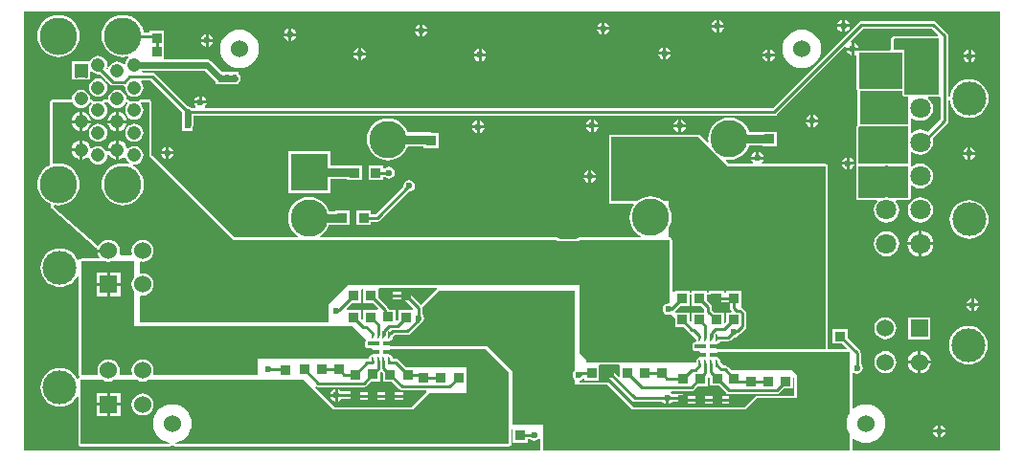
<source format=gbl>
G04*
G04 #@! TF.GenerationSoftware,Altium Limited,Altium Designer,20.1.14 (287)*
G04*
G04 Layer_Physical_Order=4*
G04 Layer_Color=16711680*
%FSLAX25Y25*%
%MOIN*%
G70*
G04*
G04 #@! TF.SameCoordinates,F3919BB7-7B28-4886-AACB-0E40FDAB0E15*
G04*
G04*
G04 #@! TF.FilePolarity,Positive*
G04*
G01*
G75*
%ADD14C,0.01000*%
%ADD15R,0.03543X0.03543*%
%ADD18C,0.01181*%
%ADD19O,0.01575X0.01181*%
%ADD31C,0.13000*%
%ADD32R,0.13000X0.13000*%
%ADD33C,0.06024*%
%ADD34C,0.04756*%
%ADD35C,0.07087*%
%ADD36R,0.06024X0.06024*%
%ADD37R,0.07087X0.07087*%
%ADD38R,0.04756X0.04756*%
%ADD39C,0.06000*%
%ADD40C,0.13055*%
%ADD41C,0.11811*%
%ADD42C,0.02362*%
%ADD43R,0.02126X0.02362*%
%ADD44R,0.06299X0.03937*%
%ADD45R,0.01260X0.02598*%
%ADD46R,0.05394X0.11063*%
%ADD47R,0.05069X0.12956*%
%ADD48R,0.03543X0.03543*%
G04:AMPARAMS|DCode=49|XSize=23.62mil|YSize=7.87mil|CornerRadius=1.97mil|HoleSize=0mil|Usage=FLASHONLY|Rotation=270.000|XOffset=0mil|YOffset=0mil|HoleType=Round|Shape=RoundedRectangle|*
%AMROUNDEDRECTD49*
21,1,0.02362,0.00394,0,0,270.0*
21,1,0.01968,0.00787,0,0,270.0*
1,1,0.00394,-0.00197,-0.00984*
1,1,0.00394,-0.00197,0.00984*
1,1,0.00394,0.00197,0.00984*
1,1,0.00394,0.00197,-0.00984*
%
%ADD49ROUNDEDRECTD49*%
G04:AMPARAMS|DCode=50|XSize=41.34mil|YSize=15.75mil|CornerRadius=3.94mil|HoleSize=0mil|Usage=FLASHONLY|Rotation=180.000|XOffset=0mil|YOffset=0mil|HoleType=Round|Shape=RoundedRectangle|*
%AMROUNDEDRECTD50*
21,1,0.04134,0.00787,0,0,180.0*
21,1,0.03347,0.01575,0,0,180.0*
1,1,0.00787,-0.01673,0.00394*
1,1,0.00787,0.01673,0.00394*
1,1,0.00787,0.01673,-0.00394*
1,1,0.00787,-0.01673,-0.00394*
%
%ADD50ROUNDEDRECTD50*%
%ADD51C,0.02362*%
%ADD52C,0.03150*%
G36*
X43410Y102600D02*
X72710Y73300D01*
X185297Y73300D01*
Y72838D01*
X193203D01*
Y73300D01*
X224530D01*
X224530Y57380D01*
Y51454D01*
X224144Y51136D01*
X224060Y51153D01*
X223286Y50999D01*
X222629Y50561D01*
X222191Y49904D01*
X222037Y49130D01*
X222191Y48356D01*
X222629Y47699D01*
X223286Y47261D01*
X224060Y47107D01*
X224834Y47261D01*
X225003Y47374D01*
X226379Y45997D01*
Y42783D01*
X229593D01*
X233794Y38582D01*
Y38251D01*
X233805Y38200D01*
X233654Y37760D01*
X233441Y37661D01*
X233166Y37607D01*
X232770Y37342D01*
X232506Y36946D01*
X232413Y36479D01*
Y35692D01*
X232506Y35225D01*
X232770Y34829D01*
X233166Y34565D01*
X233633Y34472D01*
X234874D01*
X235142Y33972D01*
X235076Y33874D01*
X234968Y33330D01*
X235076Y32786D01*
X235144Y32684D01*
X234877Y32184D01*
X234814D01*
X234424Y32107D01*
X234093Y31885D01*
X233872Y31555D01*
X233794Y31165D01*
Y30834D01*
X233531Y30570D01*
X195412D01*
Y31468D01*
X193120Y33760D01*
Y57380D01*
X112420Y57380D01*
X105930Y50890D01*
Y44670D01*
X40030D01*
Y53500D01*
X40530Y53913D01*
X41149Y53831D01*
X42145Y53962D01*
X43073Y54347D01*
X43870Y54958D01*
X44481Y55755D01*
X44866Y56683D01*
X44997Y57679D01*
X44866Y58675D01*
X44481Y59603D01*
X43870Y60400D01*
X43073Y61011D01*
X42145Y61396D01*
X41149Y61527D01*
X40530Y61445D01*
X40030Y61858D01*
Y65311D01*
X40530Y65724D01*
X41149Y65642D01*
X42145Y65773D01*
X43073Y66158D01*
X43870Y66769D01*
X44481Y67566D01*
X44866Y68494D01*
X44997Y69490D01*
X44866Y70486D01*
X44481Y71414D01*
X43870Y72211D01*
X43073Y72822D01*
X42145Y73207D01*
X41149Y73338D01*
X40153Y73207D01*
X39225Y72822D01*
X38428Y72211D01*
X37817Y71414D01*
X37432Y70486D01*
X37301Y69490D01*
X37431Y68500D01*
X37444Y68393D01*
X37132Y68000D01*
X33355D01*
X33043Y68393D01*
X33056Y68500D01*
X33186Y69490D01*
X33055Y70486D01*
X32670Y71414D01*
X32059Y72211D01*
X31262Y72822D01*
X30334Y73207D01*
X29338Y73338D01*
X28342Y73207D01*
X27414Y72822D01*
X26617Y72211D01*
X26006Y71414D01*
X25910Y71184D01*
X25423Y71073D01*
X10008Y84855D01*
X10025Y84936D01*
X10409Y85342D01*
X11846Y85201D01*
X13283Y85342D01*
X14665Y85761D01*
X15938Y86442D01*
X17055Y87358D01*
X17971Y88474D01*
X18651Y89748D01*
X19071Y91130D01*
X19212Y92567D01*
X19071Y94004D01*
X18651Y95386D01*
X17971Y96659D01*
X17055Y97776D01*
X15938Y98692D01*
X14665Y99372D01*
X13283Y99792D01*
X11846Y99933D01*
X10409Y99792D01*
X10162Y99717D01*
X9760Y100014D01*
Y121270D01*
X16732D01*
X16941Y120766D01*
X17451Y120101D01*
X18116Y119591D01*
X18890Y119271D01*
X19720Y119161D01*
X20550Y119271D01*
X21324Y119591D01*
X21989Y120101D01*
X22499Y120766D01*
X22708Y121270D01*
X23276D01*
X23446Y120770D01*
X23357Y120702D01*
X22847Y120037D01*
X22526Y119263D01*
X22417Y118433D01*
X22526Y117603D01*
X22847Y116829D01*
X23357Y116164D01*
X24021Y115654D01*
X24795Y115334D01*
X25626Y115224D01*
X26456Y115334D01*
X27230Y115654D01*
X27894Y116164D01*
X28404Y116829D01*
X28725Y117603D01*
X28834Y118433D01*
X28725Y119263D01*
X28404Y120037D01*
X27894Y120702D01*
X27805Y120770D01*
X27975Y121270D01*
X29331D01*
X29540Y120766D01*
X30050Y120101D01*
X30714Y119591D01*
X31488Y119271D01*
X32318Y119161D01*
X33149Y119271D01*
X33923Y119591D01*
X34587Y120101D01*
X35097Y120766D01*
X35306Y121270D01*
X35874D01*
X36044Y120770D01*
X35955Y120702D01*
X35445Y120037D01*
X35125Y119263D01*
X35015Y118433D01*
X35125Y117603D01*
X35445Y116829D01*
X35955Y116164D01*
X36620Y115654D01*
X37394Y115334D01*
X38224Y115224D01*
X39054Y115334D01*
X39828Y115654D01*
X40493Y116164D01*
X41003Y116829D01*
X41323Y117603D01*
X41432Y118433D01*
X41323Y119263D01*
X41003Y120037D01*
X40493Y120702D01*
X40404Y120770D01*
X40574Y121270D01*
X43410D01*
Y102600D01*
D02*
G37*
G36*
X339400Y0D02*
X288089D01*
Y3866D01*
X288589Y4103D01*
X289135Y3655D01*
X290300Y3032D01*
X291565Y2648D01*
X292880Y2519D01*
X294195Y2648D01*
X295460Y3032D01*
X296625Y3655D01*
X297647Y4493D01*
X298485Y5515D01*
X299108Y6680D01*
X299492Y7945D01*
X299621Y9260D01*
X299492Y10575D01*
X299108Y11840D01*
X298485Y13005D01*
X297647Y14027D01*
X296625Y14865D01*
X295460Y15488D01*
X294195Y15871D01*
X292880Y16001D01*
X291565Y15871D01*
X290300Y15488D01*
X289135Y14865D01*
X288589Y14417D01*
X288089Y14653D01*
X288089Y26735D01*
X288589Y27003D01*
X288996Y26731D01*
X289770Y26577D01*
X290544Y26731D01*
X291201Y27169D01*
X291639Y27826D01*
X291793Y28600D01*
X291639Y29374D01*
X291201Y30031D01*
X291099Y30099D01*
Y33780D01*
X290998Y34289D01*
X290709Y34720D01*
X286455Y38974D01*
Y42245D01*
X281305D01*
Y37095D01*
X284576D01*
X286076Y35595D01*
X285885Y35133D01*
X279679D01*
Y98910D01*
X279616Y99223D01*
X279439Y99489D01*
X279173Y99667D01*
X278860Y99729D01*
X256772Y99729D01*
X256620Y100229D01*
X256657Y100253D01*
X257139Y100975D01*
X257209Y101326D01*
X252960D01*
X253030Y100975D01*
X253512Y100253D01*
X253549Y100229D01*
X253397Y99729D01*
X245109Y99729D01*
X244054Y100784D01*
X244281Y101264D01*
X245320Y101162D01*
X246752Y101303D01*
X248128Y101720D01*
X249397Y102398D01*
X250509Y103311D01*
X251422Y104423D01*
X252100Y105692D01*
X252216Y106076D01*
X256725D01*
Y105805D01*
X261875D01*
Y110955D01*
X256725D01*
Y110924D01*
X252216D01*
X252100Y111308D01*
X251422Y112577D01*
X250509Y113689D01*
X249397Y114602D01*
X248128Y115280D01*
X246752Y115698D01*
X245320Y115839D01*
X243888Y115698D01*
X242512Y115280D01*
X241243Y114602D01*
X240131Y113689D01*
X239218Y112577D01*
X238540Y111308D01*
X238123Y109932D01*
X237982Y108500D01*
X238084Y107461D01*
X237604Y107234D01*
X235159Y109679D01*
X234893Y109856D01*
X234580Y109919D01*
X234580Y109919D01*
X204210D01*
X203897Y109856D01*
X203631Y109679D01*
X203453Y109413D01*
X203391Y109100D01*
Y86720D01*
X203453Y86407D01*
X203631Y86141D01*
X203897Y85963D01*
X204210Y85901D01*
X211821D01*
X212035Y85449D01*
X211781Y85139D01*
X211102Y83871D01*
X210685Y82494D01*
X210544Y81062D01*
X210685Y79631D01*
X211102Y78254D01*
X211781Y76985D01*
X212693Y75873D01*
X213805Y74961D01*
X214444Y74619D01*
X214319Y74119D01*
X193203D01*
X192889Y74057D01*
X192624Y73879D01*
X192489Y73677D01*
X186011D01*
X185876Y73879D01*
X185611Y74057D01*
X185297Y74119D01*
X103014Y74119D01*
X102892Y74604D01*
X103129Y74730D01*
X104241Y75643D01*
X105154Y76755D01*
X105832Y78024D01*
X105948Y78408D01*
X108025D01*
Y78365D01*
X113175D01*
Y83515D01*
X108025D01*
Y83257D01*
X105948D01*
X105832Y83640D01*
X105154Y84909D01*
X104241Y86021D01*
X103129Y86934D01*
X101860Y87612D01*
X100484Y88030D01*
X99052Y88171D01*
X97620Y88030D01*
X96244Y87612D01*
X94975Y86934D01*
X93863Y86021D01*
X92950Y84909D01*
X92272Y83640D01*
X91855Y82264D01*
X91714Y80832D01*
X91855Y79400D01*
X92272Y78024D01*
X92950Y76755D01*
X93863Y75643D01*
X94975Y74730D01*
X95212Y74604D01*
X95090Y74119D01*
X73049D01*
X44229Y102939D01*
Y121270D01*
X44167Y121583D01*
X43989Y121849D01*
X43723Y122027D01*
X43410Y122089D01*
X40574D01*
X40547Y122084D01*
X40520Y122087D01*
X40391Y122053D01*
X40260Y122027D01*
X40238Y122011D01*
X40211Y122004D01*
X40106Y121923D01*
X39994Y121849D01*
X39979Y121826D01*
X39958Y121810D01*
X39891Y121694D01*
X39817Y121583D01*
X39372Y121401D01*
X39054Y121532D01*
X38224Y121642D01*
X37394Y121532D01*
X37076Y121401D01*
X36631Y121583D01*
X36557Y121694D01*
X36490Y121810D01*
X36468Y121827D01*
X36453Y121849D01*
X36342Y121923D01*
X36237Y122004D01*
X36210Y122011D01*
X36188Y122027D01*
X36057Y122053D01*
X35928Y122087D01*
X35523Y122399D01*
X35418Y123200D01*
X35097Y123974D01*
X34587Y124639D01*
X33923Y125149D01*
X33149Y125469D01*
X32318Y125578D01*
X31488Y125469D01*
X30714Y125149D01*
X30050Y124639D01*
X29540Y123974D01*
X29219Y123200D01*
X29110Y122370D01*
X28863Y122089D01*
X27975D01*
X27948Y122084D01*
X27922Y122087D01*
X27793Y122053D01*
X27662Y122027D01*
X27639Y122011D01*
X27613Y122004D01*
X27507Y121923D01*
X27396Y121849D01*
X27381Y121826D01*
X27360Y121810D01*
X27293Y121694D01*
X27219Y121583D01*
X26773Y121401D01*
X26456Y121532D01*
X25626Y121642D01*
X24795Y121532D01*
X24478Y121401D01*
X24032Y121583D01*
X23958Y121694D01*
X23892Y121810D01*
X23870Y121827D01*
X23855Y121849D01*
X23744Y121923D01*
X23638Y122004D01*
X23612Y122011D01*
X23589Y122027D01*
X23458Y122053D01*
X23329Y122087D01*
X22925Y122399D01*
X22819Y123200D01*
X22499Y123974D01*
X21989Y124639D01*
X21324Y125149D01*
X20550Y125469D01*
X19720Y125578D01*
X18890Y125469D01*
X18116Y125149D01*
X17451Y124639D01*
X16941Y123974D01*
X16621Y123200D01*
X16511Y122370D01*
X16265Y122089D01*
X9760D01*
X9447Y122027D01*
X9181Y121849D01*
X9003Y121583D01*
X8941Y121270D01*
Y100014D01*
X8953Y99955D01*
X8950Y99894D01*
X8957Y99874D01*
X8987Y99663D01*
X8845Y99348D01*
X8728Y99212D01*
X7754Y98692D01*
X6637Y97776D01*
X5721Y96659D01*
X5040Y95386D01*
X4621Y94004D01*
X4480Y92567D01*
X4621Y91130D01*
X5040Y89748D01*
X5721Y88474D01*
X6637Y87358D01*
X7754Y86442D01*
X9013Y85769D01*
X9031Y85757D01*
X9089Y85691D01*
X9164Y85562D01*
X9260Y85228D01*
X9249Y85163D01*
X9224Y85102D01*
X9207Y85021D01*
X9206Y84914D01*
X9191Y84809D01*
X9205Y84756D01*
X9204Y84701D01*
X9244Y84602D01*
X9271Y84499D01*
X9303Y84456D01*
X9324Y84405D01*
X9399Y84329D01*
X9463Y84244D01*
X24877Y70463D01*
X24937Y70427D01*
X24987Y70380D01*
X25073Y70347D01*
X25152Y70300D01*
X25221Y70290D01*
X25286Y70266D01*
X25309Y69990D01*
X29338D01*
Y68990D01*
X25357D01*
X25429Y68443D01*
X25834Y67467D01*
X26056Y67177D01*
X25835Y66729D01*
X20640D01*
X19680Y66729D01*
X19367Y66667D01*
X19101Y66489D01*
X19006Y66347D01*
X19001Y66345D01*
X18554Y66328D01*
X18456Y66355D01*
X17935Y67330D01*
X17097Y68351D01*
X16075Y69190D01*
X14910Y69813D01*
X13645Y70196D01*
X12330Y70326D01*
X11015Y70196D01*
X9750Y69813D01*
X8585Y69190D01*
X7564Y68351D01*
X6725Y67330D01*
X6102Y66164D01*
X5719Y64900D01*
X5589Y63585D01*
X5719Y62269D01*
X6102Y61005D01*
X6725Y59839D01*
X7564Y58818D01*
X8585Y57979D01*
X9750Y57357D01*
X11015Y56973D01*
X12330Y56843D01*
X13645Y56973D01*
X14910Y57357D01*
X16075Y57979D01*
X17097Y58818D01*
X17935Y59839D01*
X18361Y60636D01*
X18861Y60511D01*
Y26250D01*
X18923Y25937D01*
X19030Y25777D01*
X19100Y25666D01*
X19011Y25209D01*
X18833Y24943D01*
X18829Y24919D01*
X18303Y24841D01*
X17935Y25530D01*
X17097Y26551D01*
X16075Y27389D01*
X14910Y28012D01*
X13645Y28396D01*
X12330Y28526D01*
X11015Y28396D01*
X9750Y28012D01*
X8585Y27389D01*
X7564Y26551D01*
X6725Y25530D01*
X6102Y24364D01*
X5719Y23100D01*
X5589Y21784D01*
X5719Y20469D01*
X6102Y19205D01*
X6725Y18039D01*
X7564Y17018D01*
X8585Y16179D01*
X9750Y15556D01*
X11015Y15173D01*
X12330Y15043D01*
X13645Y15173D01*
X14910Y15556D01*
X16075Y16179D01*
X17097Y17018D01*
X17935Y18039D01*
X18271Y18668D01*
X18771Y18542D01*
X18771Y9110D01*
X18771Y2110D01*
X18833Y1797D01*
X19011Y1531D01*
X19277Y1353D01*
X19590Y1291D01*
X50490Y1291D01*
X50628Y1318D01*
X50766Y1339D01*
X50784Y1350D01*
X50804Y1353D01*
X50920Y1431D01*
X51040Y1503D01*
X51052Y1520D01*
X51069Y1531D01*
X51147Y1647D01*
X51160Y1665D01*
X51350Y1702D01*
X51530D01*
X51719Y1665D01*
X51733Y1647D01*
X51811Y1531D01*
X51828Y1520D01*
X51840Y1503D01*
X51960Y1431D01*
X52076Y1353D01*
X52096Y1350D01*
X52114Y1339D01*
X52252Y1318D01*
X52390Y1291D01*
X168640Y1291D01*
X168953Y1353D01*
X169219Y1531D01*
X169396Y1797D01*
X169459Y2110D01*
Y7129D01*
X169659Y7266D01*
X169742Y7289D01*
X170005Y7048D01*
Y2635D01*
X175155D01*
Y3881D01*
X175951D01*
X176019Y3779D01*
X176676Y3341D01*
X177450Y3187D01*
X178224Y3341D01*
X178881Y3779D01*
X179081Y4080D01*
X179581Y3928D01*
Y0D01*
X0D01*
Y153000D01*
X339400D01*
Y0D01*
D02*
G37*
G36*
X143388Y56561D02*
X143595Y56061D01*
X138013Y50479D01*
X133685Y54808D01*
X133254Y55095D01*
X132745Y55197D01*
X126675D01*
X126167Y55095D01*
X125736Y54808D01*
X125448Y54376D01*
X125347Y53868D01*
X125448Y53360D01*
X125736Y52928D01*
X126167Y52640D01*
X126675Y52539D01*
X132195D01*
X135332Y49402D01*
X135125Y48902D01*
X130230D01*
Y45632D01*
X129712Y45113D01*
X129250Y45305D01*
Y48962D01*
X126730D01*
X126631Y49458D01*
X126343Y49889D01*
X123120Y53112D01*
Y56061D01*
X123546Y56561D01*
X143388Y56561D01*
D02*
G37*
G36*
X117971Y56190D02*
Y51233D01*
X121241D01*
X123072Y49402D01*
X122865Y48902D01*
X117971D01*
Y45625D01*
X117512Y45425D01*
X117200Y45678D01*
Y48912D01*
X112306D01*
X112099Y49412D01*
X113930Y51243D01*
X117200D01*
Y55996D01*
X117588Y56332D01*
X117971Y56190D01*
D02*
G37*
G36*
X232229Y50283D02*
X235500D01*
X236460Y49323D01*
Y48333D01*
X236148Y47953D01*
X232229D01*
Y44931D01*
X231729Y44685D01*
X231528Y44838D01*
Y47932D01*
X226634D01*
X226427Y48432D01*
X228258Y50263D01*
X231528D01*
Y54038D01*
X232229D01*
Y50283D01*
D02*
G37*
G36*
X240408Y54084D02*
X240265Y54056D01*
X239834Y53768D01*
X239546Y53336D01*
X239445Y52828D01*
X239546Y52320D01*
X239834Y51888D01*
X240265Y51600D01*
X240774Y51499D01*
X245561D01*
Y49616D01*
X245662Y49108D01*
X245951Y48677D01*
X246183Y48444D01*
X245991Y47982D01*
X244229D01*
Y44712D01*
X243810Y44293D01*
X243349Y44485D01*
Y47922D01*
X240078D01*
X239117Y48883D01*
Y49873D01*
X239016Y50382D01*
X238728Y50813D01*
X237379Y52162D01*
Y54038D01*
X238199D01*
X238512Y54100D01*
X238778Y54277D01*
X238955Y54543D01*
X238964Y54584D01*
X240359D01*
X240408Y54084D01*
D02*
G37*
G36*
X239174Y104506D02*
X239218Y104423D01*
X240131Y103311D01*
X241243Y102398D01*
X241326Y102354D01*
X244770Y98910D01*
X278860Y98910D01*
Y35133D01*
X241179Y35133D01*
X240965Y35346D01*
X240898Y35471D01*
X240877Y35533D01*
X240863Y35601D01*
X240960Y36086D01*
X240851Y36630D01*
X240783Y36731D01*
X241051Y37231D01*
X241113D01*
X241504Y37309D01*
X241834Y37530D01*
X242055Y37861D01*
X242064Y37907D01*
X244953D01*
X245462Y38008D01*
X245893Y38296D01*
X246701Y39105D01*
X246890Y39067D01*
X247664Y39221D01*
X248321Y39659D01*
X248629Y40121D01*
X248641Y40123D01*
X249073Y40411D01*
X250818Y42157D01*
X251106Y42588D01*
X251207Y43096D01*
Y47719D01*
X251106Y48228D01*
X250818Y48659D01*
X249869Y49607D01*
X249560Y49814D01*
Y54856D01*
X249378D01*
Y55463D01*
X244229D01*
Y54856D01*
X243349D01*
Y55403D01*
X238199D01*
Y54856D01*
X237379D01*
Y55433D01*
X232229D01*
Y54856D01*
X231528D01*
Y55413D01*
X226379D01*
Y55332D01*
X225879Y55125D01*
X225349Y55655D01*
Y57380D01*
X225349Y73300D01*
X225287Y73613D01*
X225109Y73879D01*
X224843Y74057D01*
X224530Y74119D01*
X224020D01*
Y77053D01*
X224662Y78254D01*
X225080Y79631D01*
X225221Y81062D01*
X225080Y82494D01*
X224662Y83871D01*
X224020Y85072D01*
Y86720D01*
X222500D01*
X221959Y87164D01*
X220690Y87842D01*
X219314Y88260D01*
X217882Y88401D01*
X216451Y88260D01*
X215074Y87842D01*
X213805Y87164D01*
X213264Y86720D01*
X204210D01*
Y109100D01*
X234580D01*
X239174Y104506D01*
D02*
G37*
G36*
X28012Y65910D02*
X28342Y65773D01*
X29338Y65642D01*
X30334Y65773D01*
X30664Y65910D01*
X38190D01*
X38190Y60089D01*
X37817Y59603D01*
X37432Y58675D01*
X37301Y57679D01*
X37432Y56683D01*
X37817Y55755D01*
X38190Y55269D01*
X38190Y43150D01*
X114160D01*
X118851Y38460D01*
X118831Y38262D01*
X118567Y37866D01*
X118474Y37400D01*
Y36612D01*
X118567Y36145D01*
X118831Y35749D01*
X119227Y35485D01*
X119694Y35392D01*
X120935D01*
X121203Y34892D01*
X121137Y34794D01*
X121029Y34250D01*
X121137Y33706D01*
X121205Y33604D01*
X120938Y33104D01*
X120875D01*
X120485Y33026D01*
X120154Y32805D01*
X119933Y32475D01*
X119855Y32085D01*
Y31754D01*
X119849Y31748D01*
X119176D01*
X119037Y31720D01*
X81210Y31720D01*
X81210Y26250D01*
X45132Y26250D01*
X44915Y26574D01*
X44873Y26750D01*
X44997Y27690D01*
X44866Y28686D01*
X44481Y29614D01*
X43870Y30411D01*
X43073Y31022D01*
X42145Y31407D01*
X41149Y31538D01*
X40153Y31407D01*
X39225Y31022D01*
X38428Y30411D01*
X37817Y29614D01*
X37432Y28686D01*
X37301Y27690D01*
X37425Y26750D01*
X37383Y26574D01*
X37166Y26250D01*
X33321D01*
X33104Y26574D01*
X33062Y26750D01*
X33186Y27690D01*
X33055Y28686D01*
X32670Y29614D01*
X32059Y30411D01*
X31262Y31022D01*
X30334Y31407D01*
X29338Y31538D01*
X28342Y31407D01*
X27414Y31022D01*
X26617Y30411D01*
X26006Y29614D01*
X25621Y28686D01*
X25490Y27690D01*
X25614Y26750D01*
X25572Y26574D01*
X25355Y26250D01*
X19680D01*
Y65910D01*
X20640Y65910D01*
X28012D01*
D02*
G37*
G36*
X207327Y29382D02*
Y25705D01*
X206865Y25514D01*
X204609Y27769D01*
X204179Y28057D01*
X203670Y28159D01*
X203162Y28057D01*
X202730Y27769D01*
X202443Y27338D01*
X202341Y26830D01*
X202443Y26321D01*
X202730Y25890D01*
X211440Y17180D01*
X211871Y16893D01*
X212380Y16791D01*
X222005D01*
X222167Y16547D01*
X222889Y16066D01*
X223240Y15996D01*
Y18120D01*
X224240D01*
Y15996D01*
X224591Y16066D01*
X225312Y16547D01*
X225475Y16791D01*
X227913D01*
X228246Y16458D01*
X228677Y16170D01*
X229185Y16069D01*
X240995D01*
X241297Y16129D01*
X246995D01*
X247504Y16230D01*
X247935Y16518D01*
X248223Y16949D01*
X248324Y17458D01*
X248223Y17966D01*
X247935Y18397D01*
X247504Y18685D01*
X246995Y18786D01*
X241055D01*
X240754Y18726D01*
X229736D01*
X229402Y19060D01*
X228972Y19347D01*
X228463Y19449D01*
X225475D01*
X225312Y19692D01*
X224890Y19974D01*
X225042Y20474D01*
X232031D01*
X232539Y20576D01*
X232970Y20864D01*
X234410Y22303D01*
X237680D01*
Y25297D01*
X238180Y25521D01*
X238481Y25253D01*
Y22363D01*
X241751D01*
X244241Y19873D01*
X244672Y19585D01*
X245181Y19484D01*
X261723D01*
X262231Y19585D01*
X262663Y19873D01*
X264164Y21375D01*
X267435D01*
Y25109D01*
X267935Y25377D01*
X267941Y25372D01*
Y18859D01*
X254710D01*
X254710Y18859D01*
X254397Y18797D01*
X254131Y18619D01*
X250481Y14969D01*
X211939D01*
X203499Y23409D01*
X203233Y23586D01*
X202920Y23649D01*
X202920Y23649D01*
X193102D01*
X193053Y24149D01*
X193544Y24247D01*
X194201Y24685D01*
X194305Y24842D01*
X194805Y24690D01*
Y24255D01*
X199955D01*
Y29405D01*
X200311Y29751D01*
X207010D01*
X207327Y29382D01*
D02*
G37*
G36*
X124709Y26860D02*
Y23733D01*
X127980D01*
X130609Y21103D01*
X131040Y20815D01*
X131549Y20714D01*
X139785D01*
X139976Y20214D01*
X134711Y14949D01*
X107919D01*
X101119Y21749D01*
X101438Y22137D01*
X101620Y22016D01*
X102128Y21914D01*
X118051D01*
X118559Y22016D01*
X118990Y22304D01*
X120470Y23783D01*
X123740D01*
Y27054D01*
X123846Y27160D01*
X124301Y27227D01*
X124709Y26860D01*
D02*
G37*
G36*
X160640Y35234D02*
X168640Y27234D01*
Y24820D01*
X168640Y2110D01*
X52390Y2110D01*
X52365Y2610D01*
X52755Y2648D01*
X54020Y3032D01*
X55185Y3655D01*
X56207Y4493D01*
X57045Y5515D01*
X57668Y6680D01*
X58052Y7945D01*
X58181Y9260D01*
X58052Y10575D01*
X57668Y11840D01*
X57045Y13005D01*
X56207Y14027D01*
X55185Y14865D01*
X54020Y15488D01*
X52755Y15872D01*
X51440Y16001D01*
X50125Y15872D01*
X48860Y15488D01*
X47695Y14865D01*
X46673Y14027D01*
X45835Y13005D01*
X45212Y11840D01*
X44828Y10575D01*
X44699Y9260D01*
X44828Y7945D01*
X45212Y6680D01*
X45835Y5515D01*
X46673Y4493D01*
X47695Y3655D01*
X48860Y3032D01*
X50125Y2648D01*
X50515Y2610D01*
X50490Y2110D01*
X19590Y2110D01*
X19590Y9110D01*
X19590Y24630D01*
X27059D01*
X27414Y24358D01*
X28342Y23973D01*
X29338Y23842D01*
X30334Y23973D01*
X31262Y24358D01*
X31617Y24630D01*
X38870D01*
X39225Y24358D01*
X40153Y23973D01*
X41149Y23842D01*
X42145Y23973D01*
X43073Y24358D01*
X43428Y24630D01*
X97080Y24630D01*
X107580Y14130D01*
X135050D01*
X140690Y19770D01*
X153796D01*
X153796Y28868D01*
X132722Y28859D01*
X130023Y31558D01*
X129592Y31846D01*
X129084Y31947D01*
X128194D01*
Y32085D01*
X128116Y32475D01*
X127895Y32805D01*
X127564Y33026D01*
X127174Y33104D01*
X127111D01*
X126844Y33604D01*
X126912Y33706D01*
X127020Y34250D01*
X126924Y34734D01*
X126961Y34863D01*
X127219Y35234D01*
X160640Y35234D01*
D02*
G37*
G36*
X191640Y55650D02*
X191640Y27747D01*
X191339Y27546D01*
X190901Y26890D01*
X190747Y26116D01*
X190901Y25341D01*
X191339Y24685D01*
X191640Y24484D01*
Y22830D01*
X202920D01*
X211600Y14150D01*
X250820D01*
X254710Y18040D01*
X268760D01*
Y26190D01*
X267260Y27690D01*
X246122D01*
X244860Y28952D01*
X244429Y29240D01*
X243921Y29341D01*
X243625D01*
X242133Y30834D01*
Y31165D01*
X242055Y31555D01*
X241834Y31885D01*
X241504Y32107D01*
X241113Y32184D01*
X241051D01*
X240783Y32684D01*
X240851Y32786D01*
X240960Y33330D01*
X240863Y33814D01*
X240900Y33943D01*
X241158Y34314D01*
X287270Y34314D01*
X287270Y12996D01*
X286652Y11840D01*
X286268Y10575D01*
X286139Y9260D01*
X286268Y7945D01*
X286652Y6680D01*
X287270Y5524D01*
Y0D01*
X180400D01*
X180400Y8710D01*
X169800Y8710D01*
Y27210D01*
X169880Y27290D01*
X161149Y36022D01*
X160798D01*
X160640Y36053D01*
X160640Y36053D01*
X127437Y36053D01*
X127260Y36273D01*
X127137Y36481D01*
X127125Y36543D01*
X127217Y37006D01*
X127109Y37549D01*
X127041Y37652D01*
X127101Y37876D01*
X127293Y38175D01*
X127564Y38229D01*
X127895Y38450D01*
X128116Y38781D01*
X128194Y39171D01*
Y39502D01*
X128571Y39879D01*
X128598Y39897D01*
X128720Y40018D01*
X133211D01*
X133720Y40120D01*
X134151Y40408D01*
X137826Y44083D01*
X137914Y44101D01*
X138571Y44539D01*
X139009Y45196D01*
X139163Y45970D01*
X139009Y46744D01*
X138571Y47401D01*
X138469Y47469D01*
Y49473D01*
X138418Y49726D01*
X144342Y55650D01*
X191640Y55650D01*
D02*
G37*
%LPC*%
G36*
X32818Y117837D02*
Y114996D01*
X35660D01*
X35609Y115378D01*
X35269Y116200D01*
X34728Y116905D01*
X34022Y117447D01*
X33200Y117787D01*
X32818Y117837D01*
D02*
G37*
G36*
X20220D02*
Y114996D01*
X23061D01*
X23011Y115378D01*
X22671Y116200D01*
X22129Y116905D01*
X21424Y117447D01*
X20602Y117787D01*
X20220Y117837D01*
D02*
G37*
G36*
X31818D02*
X31437Y117787D01*
X30615Y117447D01*
X29909Y116905D01*
X29368Y116200D01*
X29027Y115378D01*
X28977Y114996D01*
X31818D01*
Y117837D01*
D02*
G37*
G36*
X19220D02*
X18838Y117787D01*
X18016Y117447D01*
X17311Y116905D01*
X16769Y116200D01*
X16429Y115378D01*
X16379Y114996D01*
X19220D01*
Y117837D01*
D02*
G37*
G36*
X35660Y113996D02*
X32818D01*
Y111155D01*
X33200Y111205D01*
X34022Y111545D01*
X34728Y112087D01*
X35269Y112792D01*
X35609Y113614D01*
X35660Y113996D01*
D02*
G37*
G36*
X23061D02*
X20220D01*
Y111155D01*
X20602Y111205D01*
X21424Y111545D01*
X22129Y112087D01*
X22671Y112792D01*
X23011Y113614D01*
X23061Y113996D01*
D02*
G37*
G36*
X31818D02*
X28977D01*
X29027Y113614D01*
X29368Y112792D01*
X29909Y112087D01*
X30615Y111545D01*
X31437Y111205D01*
X31818Y111155D01*
Y113996D01*
D02*
G37*
G36*
X19220D02*
X16379D01*
X16429Y113614D01*
X16769Y112792D01*
X17311Y112087D01*
X18016Y111545D01*
X18838Y111205D01*
X19220Y111155D01*
Y113996D01*
D02*
G37*
G36*
X38224Y113768D02*
X37394Y113658D01*
X36620Y113338D01*
X35955Y112828D01*
X35445Y112163D01*
X35125Y111389D01*
X35015Y110559D01*
X35125Y109729D01*
X35445Y108955D01*
X35955Y108290D01*
X36620Y107780D01*
X37394Y107460D01*
X38224Y107350D01*
X39054Y107460D01*
X39828Y107780D01*
X40493Y108290D01*
X41003Y108955D01*
X41323Y109729D01*
X41432Y110559D01*
X41323Y111389D01*
X41003Y112163D01*
X40493Y112828D01*
X39828Y113338D01*
X39054Y113658D01*
X38224Y113768D01*
D02*
G37*
G36*
X25626D02*
X24795Y113658D01*
X24021Y113338D01*
X23357Y112828D01*
X22847Y112163D01*
X22526Y111389D01*
X22417Y110559D01*
X22526Y109729D01*
X22847Y108955D01*
X23357Y108290D01*
X24021Y107780D01*
X24795Y107460D01*
X25626Y107350D01*
X26456Y107460D01*
X27230Y107780D01*
X27894Y108290D01*
X28404Y108955D01*
X28725Y109729D01*
X28834Y110559D01*
X28725Y111389D01*
X28404Y112163D01*
X27894Y112828D01*
X27230Y113338D01*
X26456Y113658D01*
X25626Y113768D01*
D02*
G37*
G36*
X31818Y107995D02*
X31437Y107945D01*
X30615Y107604D01*
X29909Y107063D01*
X29368Y106357D01*
X29027Y105535D01*
X28977Y105154D01*
X31818D01*
Y107995D01*
D02*
G37*
G36*
X19220D02*
X18838Y107945D01*
X18016Y107604D01*
X17311Y107063D01*
X16769Y106357D01*
X16429Y105535D01*
X16379Y105154D01*
X19220D01*
Y107995D01*
D02*
G37*
G36*
X20220D02*
Y104654D01*
Y101312D01*
X20602Y101363D01*
X21424Y101703D01*
X21985Y102134D01*
X22510Y101980D01*
X22526Y101855D01*
X22847Y101081D01*
X23357Y100416D01*
X24021Y99906D01*
X24795Y99586D01*
X25626Y99476D01*
X26456Y99586D01*
X27230Y99906D01*
X27894Y100416D01*
X28404Y101081D01*
X28725Y101855D01*
X28834Y102685D01*
X28786Y103047D01*
X29274Y103177D01*
X29368Y102950D01*
X29909Y102244D01*
X30615Y101703D01*
X31437Y101363D01*
X31818Y101312D01*
Y104154D01*
X28642D01*
X28479Y104110D01*
X28404Y104289D01*
X27894Y104954D01*
X27230Y105464D01*
X26456Y105784D01*
X25626Y105894D01*
X24795Y105784D01*
X24021Y105464D01*
X23570Y105118D01*
X23039Y105326D01*
X23011Y105535D01*
X22671Y106357D01*
X22129Y107063D01*
X21424Y107604D01*
X20602Y107945D01*
X20220Y107995D01*
D02*
G37*
G36*
X19220Y104154D02*
X16379D01*
X16429Y103772D01*
X16769Y102950D01*
X17311Y102244D01*
X18016Y101703D01*
X18838Y101363D01*
X19220Y101312D01*
Y104154D01*
D02*
G37*
G36*
X32818Y107995D02*
Y104654D01*
Y101312D01*
X33200Y101363D01*
X34022Y101703D01*
X34584Y102134D01*
X35108Y101980D01*
X35125Y101855D01*
X35445Y101081D01*
X35955Y100416D01*
X36378Y100092D01*
X36146Y99640D01*
X35645Y99792D01*
X34208Y99933D01*
X32771Y99792D01*
X31389Y99372D01*
X30116Y98692D01*
X29000Y97776D01*
X28083Y96659D01*
X27403Y95386D01*
X26983Y94004D01*
X26842Y92567D01*
X26983Y91130D01*
X27403Y89748D01*
X28083Y88474D01*
X29000Y87358D01*
X30116Y86442D01*
X31389Y85761D01*
X32771Y85342D01*
X34208Y85201D01*
X35645Y85342D01*
X37027Y85761D01*
X38301Y86442D01*
X39417Y87358D01*
X40333Y88474D01*
X41014Y89748D01*
X41433Y91130D01*
X41574Y92567D01*
X41433Y94004D01*
X41014Y95386D01*
X40333Y96659D01*
X39417Y97776D01*
X38301Y98692D01*
X37629Y99050D01*
X37785Y99534D01*
X38224Y99476D01*
X39054Y99586D01*
X39828Y99906D01*
X40493Y100416D01*
X41003Y101081D01*
X41323Y101855D01*
X41432Y102685D01*
X41323Y103515D01*
X41003Y104289D01*
X40493Y104954D01*
X39828Y105464D01*
X39054Y105784D01*
X38224Y105894D01*
X37394Y105784D01*
X36620Y105464D01*
X36169Y105118D01*
X35637Y105326D01*
X35609Y105535D01*
X35269Y106357D01*
X34728Y107063D01*
X34022Y107604D01*
X33200Y107945D01*
X32818Y107995D01*
D02*
G37*
G36*
X285523Y149980D02*
Y148356D01*
X287147D01*
X287078Y148707D01*
X286596Y149428D01*
X285874Y149910D01*
X285523Y149980D01*
D02*
G37*
G36*
X284523D02*
X284172Y149910D01*
X283451Y149428D01*
X282968Y148707D01*
X282899Y148356D01*
X284523D01*
Y149980D01*
D02*
G37*
G36*
X241725Y149800D02*
Y148176D01*
X243350D01*
X243280Y148527D01*
X242798Y149248D01*
X242076Y149730D01*
X241725Y149800D01*
D02*
G37*
G36*
X240725D02*
X240374Y149730D01*
X239653Y149248D01*
X239171Y148527D01*
X239101Y148176D01*
X240725D01*
Y149800D01*
D02*
G37*
G36*
X201911Y149075D02*
Y147451D01*
X203535D01*
X203465Y147802D01*
X202983Y148523D01*
X202262Y149005D01*
X201911Y149075D01*
D02*
G37*
G36*
X200911D02*
X200560Y149005D01*
X199838Y148523D01*
X199356Y147802D01*
X199286Y147451D01*
X200911D01*
Y149075D01*
D02*
G37*
G36*
X138568Y148351D02*
Y146727D01*
X140193D01*
X140123Y147078D01*
X139641Y147799D01*
X138919Y148281D01*
X138568Y148351D01*
D02*
G37*
G36*
X137568D02*
X137217Y148281D01*
X136496Y147799D01*
X136014Y147078D01*
X135944Y146727D01*
X137568D01*
Y148351D01*
D02*
G37*
G36*
X287147Y147356D02*
X285523D01*
Y145731D01*
X285874Y145801D01*
X286596Y146283D01*
X287078Y147005D01*
X287147Y147356D01*
D02*
G37*
G36*
X284523D02*
X282899D01*
X282968Y147005D01*
X283451Y146283D01*
X284172Y145801D01*
X284523Y145731D01*
Y147356D01*
D02*
G37*
G36*
X243350Y147176D02*
X241725D01*
Y145551D01*
X242076Y145621D01*
X242798Y146103D01*
X243280Y146825D01*
X243350Y147176D01*
D02*
G37*
G36*
X240725D02*
X239101D01*
X239171Y146825D01*
X239653Y146103D01*
X240374Y145621D01*
X240725Y145551D01*
Y147176D01*
D02*
G37*
G36*
X92962Y146904D02*
Y145279D01*
X94586D01*
X94516Y145630D01*
X94034Y146352D01*
X93313Y146834D01*
X92962Y146904D01*
D02*
G37*
G36*
X91962D02*
X91611Y146834D01*
X90889Y146352D01*
X90407Y145630D01*
X90337Y145279D01*
X91962D01*
Y146904D01*
D02*
G37*
G36*
X203535Y146451D02*
X201911D01*
Y144826D01*
X202262Y144896D01*
X202983Y145378D01*
X203465Y146100D01*
X203535Y146451D01*
D02*
G37*
G36*
X200911D02*
X199286D01*
X199356Y146100D01*
X199838Y145378D01*
X200560Y144896D01*
X200911Y144826D01*
Y146451D01*
D02*
G37*
G36*
X34208Y151665D02*
X32771Y151524D01*
X31389Y151105D01*
X30116Y150424D01*
X29000Y149508D01*
X28083Y148392D01*
X27403Y147118D01*
X26983Y145736D01*
X26842Y144299D01*
X26983Y142862D01*
X27403Y141480D01*
X28083Y140207D01*
X29000Y139091D01*
X30116Y138174D01*
X31389Y137494D01*
X32771Y137074D01*
X34208Y136933D01*
X35645Y137074D01*
X36146Y137226D01*
X36378Y136774D01*
X35955Y136450D01*
X35445Y135785D01*
X35125Y135011D01*
X35079Y134662D01*
X34713Y134528D01*
X34554Y134507D01*
X33923Y134991D01*
X33149Y135312D01*
X32318Y135421D01*
X31488Y135312D01*
X30714Y134991D01*
X30050Y134481D01*
X29540Y133817D01*
X29219Y133043D01*
X29186Y132787D01*
X28659Y132617D01*
X28494Y132794D01*
X28725Y133351D01*
X28834Y134181D01*
X28725Y135011D01*
X28404Y135785D01*
X27894Y136450D01*
X27230Y136960D01*
X26456Y137280D01*
X25626Y137390D01*
X24795Y137280D01*
X24021Y136960D01*
X23357Y136450D01*
X22847Y135785D01*
X22685Y135394D01*
X16539D01*
Y130463D01*
X16513Y130335D01*
X16539Y130206D01*
Y129031D01*
X17714D01*
X17842Y129006D01*
X17970Y129031D01*
X21470D01*
X21598Y129006D01*
X21726Y129031D01*
X22901D01*
Y130206D01*
X22927Y130335D01*
X22901Y130463D01*
Y131758D01*
X23045Y131807D01*
X23401Y131878D01*
X24021Y131402D01*
X24795Y131082D01*
X25626Y130973D01*
X26129Y131039D01*
X28184Y128984D01*
X27853Y128607D01*
X27230Y129086D01*
X26456Y129406D01*
X25626Y129516D01*
X24795Y129406D01*
X24021Y129086D01*
X23357Y128576D01*
X22847Y127911D01*
X22526Y127137D01*
X22417Y126307D01*
X22526Y125477D01*
X22847Y124703D01*
X23357Y124038D01*
X24021Y123528D01*
X24795Y123208D01*
X25626Y123099D01*
X26456Y123208D01*
X27230Y123528D01*
X27894Y124038D01*
X28404Y124703D01*
X28725Y125477D01*
X28834Y126307D01*
X28725Y127137D01*
X28404Y127911D01*
X27926Y128535D01*
X28303Y128865D01*
X29773Y127395D01*
X30204Y127107D01*
X30712Y127006D01*
X34603D01*
X35057Y126626D01*
X35015Y126307D01*
X35125Y125477D01*
X35445Y124703D01*
X35955Y124038D01*
X36620Y123528D01*
X37394Y123208D01*
X38224Y123099D01*
X39054Y123208D01*
X39828Y123528D01*
X40493Y124038D01*
X41003Y124703D01*
X41323Y125477D01*
X41432Y126307D01*
X41323Y127137D01*
X41003Y127911D01*
X40657Y128361D01*
X40904Y128861D01*
X43970D01*
X54851Y117980D01*
X54792Y117683D01*
Y113594D01*
X54903Y113036D01*
Y111252D01*
X58635D01*
Y112746D01*
X58684Y112820D01*
X58838Y113594D01*
Y116547D01*
X260926D01*
X261435Y116649D01*
X261865Y116937D01*
X285606Y140677D01*
X285708Y140661D01*
X285985Y140264D01*
X287761D01*
Y142040D01*
X287365Y142317D01*
X287348Y142419D01*
X291877Y146948D01*
X315768D01*
X317898Y144818D01*
X317690Y144318D01*
X302704Y144318D01*
X302704Y144318D01*
X302390Y144256D01*
X302125Y144078D01*
X301771Y143725D01*
X301593Y143459D01*
X301531Y143146D01*
X301531Y143146D01*
X301531Y139719D01*
X301291Y139379D01*
X301092Y139219D01*
X290886D01*
X290850Y139264D01*
X288761D01*
Y137639D01*
X289112Y137709D01*
X289190Y137761D01*
X289631Y137525D01*
X289631Y130416D01*
Y125964D01*
X289693Y125651D01*
X289871Y125385D01*
X289904Y125363D01*
X289861Y125146D01*
X289861Y113640D01*
X289924Y113327D01*
X289976Y113249D01*
X289691Y112878D01*
X289643Y112782D01*
X289583Y112692D01*
X289573Y112640D01*
X289549Y112592D01*
X289542Y112484D01*
X289521Y112379D01*
Y99735D01*
X289583Y99422D01*
X289648Y99326D01*
X289583Y99230D01*
X289521Y98917D01*
X289521Y98417D01*
X289521Y87890D01*
X289583Y87577D01*
X289761Y87311D01*
X290027Y87134D01*
X290340Y87071D01*
X296483D01*
X296730Y86571D01*
X296201Y85882D01*
X295763Y84825D01*
X295614Y83690D01*
X295763Y82555D01*
X296201Y81498D01*
X296898Y80590D01*
X297806Y79893D01*
X298863Y79455D01*
X299998Y79306D01*
X301132Y79455D01*
X302190Y79893D01*
X303098Y80590D01*
X303795Y81498D01*
X304233Y82555D01*
X304382Y83690D01*
X304233Y84825D01*
X303795Y85882D01*
X303266Y86571D01*
X303512Y87071D01*
X307540D01*
X307853Y87133D01*
X308119Y87311D01*
X308296Y87577D01*
X308359Y87890D01*
X308359Y92084D01*
X308859Y92286D01*
X309617Y91704D01*
X310674Y91266D01*
X311809Y91117D01*
X312944Y91266D01*
X314001Y91704D01*
X314909Y92401D01*
X315605Y93309D01*
X316043Y94366D01*
X316193Y95501D01*
X316043Y96636D01*
X315605Y97693D01*
X314909Y98601D01*
X314001Y99298D01*
X312944Y99735D01*
X311809Y99885D01*
X310674Y99735D01*
X309617Y99298D01*
X308989Y98816D01*
X308485Y98992D01*
X308372Y99370D01*
X308406Y99422D01*
X308469Y99735D01*
Y103766D01*
X308969Y104013D01*
X309617Y103515D01*
X310674Y103077D01*
X311809Y102928D01*
X312944Y103077D01*
X314001Y103515D01*
X314909Y104212D01*
X315605Y105120D01*
X316043Y106177D01*
X316193Y107312D01*
X316043Y108447D01*
X315957Y108656D01*
X321173Y113872D01*
X321461Y114303D01*
X321562Y114812D01*
Y121783D01*
X322062Y121808D01*
X322126Y121154D01*
X322510Y119890D01*
X323133Y118724D01*
X323971Y117703D01*
X324993Y116864D01*
X326158Y116242D01*
X327423Y115858D01*
X328738Y115728D01*
X330053Y115858D01*
X331318Y116242D01*
X332483Y116864D01*
X333505Y117703D01*
X334343Y118724D01*
X334966Y119890D01*
X335350Y121154D01*
X335479Y122469D01*
X335350Y123785D01*
X334966Y125049D01*
X334343Y126215D01*
X333505Y127236D01*
X332483Y128075D01*
X331318Y128697D01*
X330053Y129081D01*
X328738Y129211D01*
X327423Y129081D01*
X326158Y128697D01*
X324993Y128075D01*
X323971Y127236D01*
X323133Y126215D01*
X322510Y125049D01*
X322126Y123785D01*
X322062Y123131D01*
X321562Y123156D01*
Y144361D01*
X321461Y144870D01*
X321173Y145301D01*
X317258Y149216D01*
X316827Y149504D01*
X316318Y149605D01*
X291326D01*
X290818Y149504D01*
X290387Y149216D01*
X260376Y119205D01*
X62968D01*
X62806Y119697D01*
X63288Y120419D01*
X63358Y120770D01*
X59109D01*
X59179Y120419D01*
X59661Y119697D01*
X59498Y119205D01*
X58109D01*
X57589Y119552D01*
X56900Y119689D01*
X45460Y131130D01*
X45028Y131418D01*
X44520Y131519D01*
X41208D01*
X40953Y132019D01*
X41055Y132158D01*
X62714D01*
X66673Y128199D01*
Y127525D01*
X74657D01*
Y128200D01*
X75093Y128853D01*
X75247Y129627D01*
X75093Y130401D01*
X74657Y131054D01*
Y131729D01*
X68864D01*
X64982Y135612D01*
X64326Y136050D01*
X63552Y136204D01*
X48998D01*
X48590Y136426D01*
X48590Y136704D01*
Y140971D01*
X48666D01*
Y146121D01*
X43516D01*
Y145628D01*
X41443D01*
X41433Y145736D01*
X41014Y147118D01*
X40333Y148392D01*
X39417Y149508D01*
X38301Y150424D01*
X37027Y151105D01*
X35645Y151524D01*
X34208Y151665D01*
D02*
G37*
G36*
X140193Y145727D02*
X138568D01*
Y144103D01*
X138919Y144172D01*
X139641Y144654D01*
X140123Y145376D01*
X140193Y145727D01*
D02*
G37*
G36*
X137568D02*
X135944D01*
X136014Y145376D01*
X136496Y144654D01*
X137217Y144172D01*
X137568Y144103D01*
Y145727D01*
D02*
G37*
G36*
X64052Y144888D02*
Y143264D01*
X65676D01*
X65606Y143615D01*
X65124Y144336D01*
X64403Y144818D01*
X64052Y144888D01*
D02*
G37*
G36*
X63052D02*
X62701Y144818D01*
X61979Y144336D01*
X61497Y143615D01*
X61427Y143264D01*
X63052D01*
Y144888D01*
D02*
G37*
G36*
X94586Y144279D02*
X92962D01*
Y142655D01*
X93313Y142725D01*
X94034Y143207D01*
X94516Y143928D01*
X94586Y144279D01*
D02*
G37*
G36*
X91962D02*
X90337D01*
X90407Y143928D01*
X90889Y143207D01*
X91611Y142725D01*
X91962Y142655D01*
Y144279D01*
D02*
G37*
G36*
X65676Y142264D02*
X64052D01*
Y140639D01*
X64403Y140709D01*
X65124Y141191D01*
X65606Y141913D01*
X65676Y142264D01*
D02*
G37*
G36*
X63052D02*
X61427D01*
X61497Y141913D01*
X61979Y141191D01*
X62701Y140709D01*
X63052Y140639D01*
Y142264D01*
D02*
G37*
G36*
X288761Y141888D02*
Y140264D01*
X290386D01*
X290316Y140615D01*
X289834Y141336D01*
X289112Y141818D01*
X288761Y141888D01*
D02*
G37*
G36*
X223266Y140388D02*
Y138764D01*
X224891D01*
X224821Y139115D01*
X224339Y139836D01*
X223617Y140318D01*
X223266Y140388D01*
D02*
G37*
G36*
X222266D02*
X221915Y140318D01*
X221194Y139836D01*
X220712Y139115D01*
X220642Y138764D01*
X222266D01*
Y140388D01*
D02*
G37*
G36*
X117213Y140207D02*
Y138583D01*
X118837D01*
X118767Y138934D01*
X118285Y139655D01*
X117564Y140137D01*
X117213Y140207D01*
D02*
G37*
G36*
X116213D02*
X115862Y140137D01*
X115140Y139655D01*
X114658Y138934D01*
X114588Y138583D01*
X116213D01*
Y140207D01*
D02*
G37*
G36*
X159019Y139845D02*
Y138221D01*
X160643D01*
X160573Y138572D01*
X160091Y139293D01*
X159370Y139776D01*
X159019Y139845D01*
D02*
G37*
G36*
X158019D02*
X157668Y139776D01*
X156946Y139293D01*
X156464Y138572D01*
X156394Y138221D01*
X158019D01*
Y139845D01*
D02*
G37*
G36*
X259462Y139664D02*
Y138040D01*
X261086D01*
X261017Y138391D01*
X260535Y139112D01*
X259813Y139594D01*
X259462Y139664D01*
D02*
G37*
G36*
X258462D02*
X258111Y139594D01*
X257389Y139112D01*
X256908Y138391D01*
X256838Y138040D01*
X258462D01*
Y139664D01*
D02*
G37*
G36*
X329347Y139443D02*
Y137819D01*
X330971D01*
X330902Y138170D01*
X330419Y138891D01*
X329698Y139373D01*
X329347Y139443D01*
D02*
G37*
G36*
X328347D02*
X327996Y139373D01*
X327274Y138891D01*
X326793Y138170D01*
X326723Y137819D01*
X328347D01*
Y139443D01*
D02*
G37*
G36*
X287761Y139264D02*
X286137D01*
X286207Y138913D01*
X286689Y138191D01*
X287410Y137709D01*
X287761Y137639D01*
Y139264D01*
D02*
G37*
G36*
X11846Y151665D02*
X10409Y151524D01*
X9027Y151105D01*
X7754Y150424D01*
X6637Y149508D01*
X5721Y148392D01*
X5040Y147118D01*
X4621Y145736D01*
X4480Y144299D01*
X4621Y142862D01*
X5040Y141480D01*
X5721Y140207D01*
X6637Y139091D01*
X7754Y138174D01*
X9027Y137494D01*
X10409Y137074D01*
X11846Y136933D01*
X13283Y137074D01*
X14665Y137494D01*
X15938Y138174D01*
X17055Y139091D01*
X17971Y140207D01*
X18651Y141480D01*
X19071Y142862D01*
X19212Y144299D01*
X19071Y145736D01*
X18651Y147118D01*
X17971Y148392D01*
X17055Y149508D01*
X15938Y150424D01*
X14665Y151105D01*
X13283Y151524D01*
X11846Y151665D01*
D02*
G37*
G36*
X224891Y137764D02*
X223266D01*
Y136139D01*
X223617Y136209D01*
X224339Y136691D01*
X224821Y137413D01*
X224891Y137764D01*
D02*
G37*
G36*
X222266D02*
X220642D01*
X220712Y137413D01*
X221194Y136691D01*
X221915Y136209D01*
X222266Y136139D01*
Y137764D01*
D02*
G37*
G36*
X118837Y137583D02*
X117213D01*
Y135958D01*
X117564Y136028D01*
X118285Y136510D01*
X118767Y137232D01*
X118837Y137583D01*
D02*
G37*
G36*
X116213D02*
X114588D01*
X114658Y137232D01*
X115140Y136510D01*
X115862Y136028D01*
X116213Y135958D01*
Y137583D01*
D02*
G37*
G36*
X160643Y137221D02*
X159019D01*
Y135597D01*
X159370Y135666D01*
X160091Y136148D01*
X160573Y136870D01*
X160643Y137221D01*
D02*
G37*
G36*
X158019D02*
X156394D01*
X156464Y136870D01*
X156946Y136148D01*
X157668Y135666D01*
X158019Y135597D01*
Y137221D01*
D02*
G37*
G36*
X261086Y137040D02*
X259462D01*
Y135415D01*
X259813Y135485D01*
X260535Y135967D01*
X261017Y136689D01*
X261086Y137040D01*
D02*
G37*
G36*
X258462D02*
X256838D01*
X256908Y136689D01*
X257389Y135967D01*
X258111Y135485D01*
X258462Y135415D01*
Y137040D01*
D02*
G37*
G36*
X330971Y136819D02*
X329347D01*
Y135194D01*
X329698Y135264D01*
X330419Y135746D01*
X330902Y136468D01*
X330971Y136819D01*
D02*
G37*
G36*
X328347D02*
X326723D01*
X326793Y136468D01*
X327274Y135746D01*
X327996Y135264D01*
X328347Y135194D01*
Y136819D01*
D02*
G37*
G36*
X270530Y146505D02*
X269215Y146375D01*
X267950Y145992D01*
X266785Y145369D01*
X265763Y144530D01*
X264925Y143509D01*
X264302Y142343D01*
X263918Y141079D01*
X263789Y139764D01*
X263918Y138449D01*
X264302Y137184D01*
X264925Y136019D01*
X265763Y134997D01*
X266785Y134159D01*
X267950Y133536D01*
X269215Y133152D01*
X270530Y133023D01*
X271845Y133152D01*
X273110Y133536D01*
X274275Y134159D01*
X275297Y134997D01*
X276135Y136019D01*
X276758Y137184D01*
X277142Y138449D01*
X277271Y139764D01*
X277142Y141079D01*
X276758Y142343D01*
X276135Y143509D01*
X275297Y144530D01*
X274275Y145369D01*
X273110Y145992D01*
X271845Y146375D01*
X270530Y146505D01*
D02*
G37*
G36*
X74803D02*
X73488Y146375D01*
X72223Y145992D01*
X71058Y145369D01*
X70037Y144530D01*
X69198Y143509D01*
X68575Y142343D01*
X68192Y141079D01*
X68062Y139764D01*
X68192Y138449D01*
X68575Y137184D01*
X69198Y136019D01*
X70037Y134997D01*
X71058Y134159D01*
X72223Y133536D01*
X73488Y133152D01*
X74803Y133023D01*
X76118Y133152D01*
X77383Y133536D01*
X78548Y134159D01*
X79570Y134997D01*
X80408Y136019D01*
X81031Y137184D01*
X81415Y138449D01*
X81544Y139764D01*
X81415Y141079D01*
X81031Y142343D01*
X80408Y143509D01*
X79570Y144530D01*
X78548Y145369D01*
X77383Y145992D01*
X76118Y146375D01*
X74803Y146505D01*
D02*
G37*
G36*
X61733Y123394D02*
Y121770D01*
X63358D01*
X63288Y122121D01*
X62806Y122843D01*
X62084Y123325D01*
X61733Y123394D01*
D02*
G37*
G36*
X60733D02*
X60382Y123325D01*
X59661Y122843D01*
X59179Y122121D01*
X59109Y121770D01*
X60733D01*
Y123394D01*
D02*
G37*
G36*
X274618Y116811D02*
Y115186D01*
X276242D01*
X276172Y115537D01*
X275690Y116259D01*
X274969Y116741D01*
X274618Y116811D01*
D02*
G37*
G36*
X273618D02*
X273267Y116741D01*
X272545Y116259D01*
X272063Y115537D01*
X271993Y115186D01*
X273618D01*
Y116811D01*
D02*
G37*
G36*
X228529Y115165D02*
Y113540D01*
X230154D01*
X230084Y113891D01*
X229602Y114613D01*
X228880Y115095D01*
X228529Y115165D01*
D02*
G37*
G36*
X227529D02*
X227178Y115095D01*
X226457Y114613D01*
X225975Y113891D01*
X225905Y113540D01*
X227529D01*
Y115165D01*
D02*
G37*
G36*
X198078D02*
Y113540D01*
X199703D01*
X199633Y113891D01*
X199151Y114613D01*
X198429Y115095D01*
X198078Y115165D01*
D02*
G37*
G36*
X197078D02*
X196727Y115095D01*
X196006Y114613D01*
X195524Y113891D01*
X195454Y113540D01*
X197078D01*
Y115165D01*
D02*
G37*
G36*
X158400Y114744D02*
Y113120D01*
X160024D01*
X159955Y113471D01*
X159473Y114193D01*
X158751Y114675D01*
X158400Y114744D01*
D02*
G37*
G36*
X157400D02*
X157049Y114675D01*
X156327Y114193D01*
X155845Y113471D01*
X155776Y113120D01*
X157400D01*
Y114744D01*
D02*
G37*
G36*
X276242Y114186D02*
X274618D01*
Y112562D01*
X274969Y112632D01*
X275690Y113114D01*
X276172Y113835D01*
X276242Y114186D01*
D02*
G37*
G36*
X273618D02*
X271993D01*
X272063Y113835D01*
X272545Y113114D01*
X273267Y112632D01*
X273618Y112562D01*
Y114186D01*
D02*
G37*
G36*
X230154Y112540D02*
X228529D01*
Y110916D01*
X228880Y110986D01*
X229602Y111468D01*
X230084Y112189D01*
X230154Y112540D01*
D02*
G37*
G36*
X227529D02*
X225905D01*
X225975Y112189D01*
X226457Y111468D01*
X227178Y110986D01*
X227529Y110916D01*
Y112540D01*
D02*
G37*
G36*
X199703D02*
X198078D01*
Y110916D01*
X198429Y110986D01*
X199151Y111468D01*
X199633Y112189D01*
X199703Y112540D01*
D02*
G37*
G36*
X197078D02*
X195454D01*
X195524Y112189D01*
X196006Y111468D01*
X196727Y110986D01*
X197078Y110916D01*
Y112540D01*
D02*
G37*
G36*
X160024Y112120D02*
X158400D01*
Y110496D01*
X158751Y110566D01*
X159473Y111048D01*
X159955Y111769D01*
X160024Y112120D01*
D02*
G37*
G36*
X157400D02*
X155776D01*
X155845Y111769D01*
X156327Y111048D01*
X157049Y110566D01*
X157400Y110496D01*
Y112120D01*
D02*
G37*
G36*
X126490Y115609D02*
X125058Y115468D01*
X123682Y115050D01*
X122413Y114372D01*
X121301Y113459D01*
X120388Y112347D01*
X119710Y111078D01*
X119292Y109702D01*
X119151Y108270D01*
X119292Y106838D01*
X119710Y105462D01*
X120388Y104193D01*
X121301Y103081D01*
X122413Y102168D01*
X123682Y101490D01*
X125058Y101073D01*
X126490Y100932D01*
X127922Y101073D01*
X129298Y101490D01*
X130567Y102168D01*
X131679Y103081D01*
X132592Y104193D01*
X133270Y105462D01*
X133386Y105845D01*
X138915D01*
Y105245D01*
X144065D01*
Y110395D01*
X142140D01*
X141968Y110510D01*
X141040Y110695D01*
X133386D01*
X133270Y111078D01*
X132592Y112347D01*
X131679Y113459D01*
X130567Y114372D01*
X129298Y115050D01*
X127922Y115468D01*
X126490Y115609D01*
D02*
G37*
G36*
X50246Y105701D02*
Y104077D01*
X51870D01*
X51801Y104428D01*
X51319Y105149D01*
X50597Y105631D01*
X50246Y105701D01*
D02*
G37*
G36*
X49246D02*
X48895Y105631D01*
X48173Y105149D01*
X47691Y104428D01*
X47622Y104077D01*
X49246D01*
Y105701D01*
D02*
G37*
G36*
X329238Y105499D02*
Y103875D01*
X330862D01*
X330793Y104226D01*
X330311Y104947D01*
X329589Y105429D01*
X329238Y105499D01*
D02*
G37*
G36*
X328238D02*
X327887Y105429D01*
X327166Y104947D01*
X326683Y104226D01*
X326614Y103875D01*
X328238D01*
Y105499D01*
D02*
G37*
G36*
X255585Y103950D02*
Y102326D01*
X257209D01*
X257139Y102677D01*
X256657Y103399D01*
X255936Y103881D01*
X255585Y103950D01*
D02*
G37*
G36*
X254585D02*
X254234Y103881D01*
X253512Y103399D01*
X253030Y102677D01*
X252960Y102326D01*
X254585D01*
Y103950D01*
D02*
G37*
G36*
X51870Y103077D02*
X50246D01*
Y101452D01*
X50597Y101522D01*
X51319Y102004D01*
X51801Y102726D01*
X51870Y103077D01*
D02*
G37*
G36*
X49246D02*
X47622D01*
X47691Y102726D01*
X48173Y102004D01*
X48895Y101522D01*
X49246Y101452D01*
Y103077D01*
D02*
G37*
G36*
X330862Y102875D02*
X329238D01*
Y101251D01*
X329589Y101320D01*
X330311Y101803D01*
X330793Y102524D01*
X330862Y102875D01*
D02*
G37*
G36*
X328238D02*
X326614D01*
X326683Y102524D01*
X327166Y101803D01*
X327887Y101320D01*
X328238Y101251D01*
Y102875D01*
D02*
G37*
G36*
X287108Y102009D02*
Y100385D01*
X288732D01*
X288662Y100736D01*
X288180Y101457D01*
X287459Y101939D01*
X287108Y102009D01*
D02*
G37*
G36*
X286108D02*
X285757Y101939D01*
X285035Y101457D01*
X284553Y100736D01*
X284483Y100385D01*
X286108D01*
Y102009D01*
D02*
G37*
G36*
X288732Y99385D02*
X287108D01*
Y97760D01*
X287459Y97830D01*
X288180Y98312D01*
X288662Y99034D01*
X288732Y99385D01*
D02*
G37*
G36*
X286108D02*
X284483D01*
X284553Y99034D01*
X285035Y98312D01*
X285757Y97830D01*
X286108Y97760D01*
Y99385D01*
D02*
G37*
G36*
X197255Y97470D02*
Y95846D01*
X198880D01*
X198810Y96197D01*
X198328Y96918D01*
X197606Y97400D01*
X197255Y97470D01*
D02*
G37*
G36*
X196255D02*
X195904Y97400D01*
X195183Y96918D01*
X194701Y96197D01*
X194631Y95846D01*
X196255D01*
Y97470D01*
D02*
G37*
G36*
X124915Y99215D02*
X119765D01*
Y94065D01*
X124915D01*
Y95117D01*
X125409Y95239D01*
X126066Y94801D01*
X126840Y94647D01*
X127614Y94801D01*
X128271Y95239D01*
X128709Y95896D01*
X128863Y96670D01*
X128709Y97444D01*
X128271Y98101D01*
X127614Y98539D01*
X126840Y98693D01*
X126066Y98539D01*
X125409Y98101D01*
X124915Y98223D01*
Y99215D01*
D02*
G37*
G36*
X106355Y104208D02*
X91749D01*
Y89602D01*
X106355D01*
Y94480D01*
X112285D01*
Y94065D01*
X117435D01*
Y99215D01*
X115171D01*
X114595Y99329D01*
X106355D01*
Y104208D01*
D02*
G37*
G36*
X198880Y94846D02*
X197255D01*
Y93221D01*
X197606Y93291D01*
X198328Y93773D01*
X198810Y94495D01*
X198880Y94846D01*
D02*
G37*
G36*
X196255D02*
X194631D01*
X194701Y94495D01*
X195183Y93773D01*
X195904Y93291D01*
X196255Y93221D01*
Y94846D01*
D02*
G37*
G36*
X133900Y94113D02*
X133126Y93959D01*
X132469Y93521D01*
X132031Y92864D01*
X131877Y92090D01*
X131901Y91970D01*
X122200Y82269D01*
X120655D01*
Y83515D01*
X115505D01*
Y78365D01*
X120655D01*
Y79611D01*
X122750D01*
X123258Y79712D01*
X123689Y80001D01*
X133780Y90091D01*
X133900Y90067D01*
X134674Y90221D01*
X135331Y90659D01*
X135769Y91316D01*
X135923Y92090D01*
X135769Y92864D01*
X135331Y93521D01*
X134674Y93959D01*
X133900Y94113D01*
D02*
G37*
G36*
X311809Y88074D02*
X310674Y87924D01*
X309617Y87486D01*
X308709Y86790D01*
X308012Y85882D01*
X307574Y84825D01*
X307425Y83690D01*
X307574Y82555D01*
X308012Y81498D01*
X308709Y80590D01*
X309617Y79893D01*
X310674Y79455D01*
X311809Y79306D01*
X312944Y79455D01*
X314001Y79893D01*
X314909Y80590D01*
X315605Y81498D01*
X316043Y82555D01*
X316193Y83690D01*
X316043Y84825D01*
X315605Y85882D01*
X314909Y86790D01*
X314001Y87486D01*
X312944Y87924D01*
X311809Y88074D01*
D02*
G37*
G36*
X328738Y87085D02*
X327423Y86955D01*
X326158Y86571D01*
X324993Y85948D01*
X323971Y85110D01*
X323133Y84089D01*
X322510Y82923D01*
X322126Y81659D01*
X321997Y80344D01*
X322126Y79028D01*
X322510Y77764D01*
X323133Y76598D01*
X323971Y75577D01*
X324993Y74738D01*
X326158Y74116D01*
X327423Y73732D01*
X328738Y73602D01*
X330053Y73732D01*
X331318Y74116D01*
X332483Y74738D01*
X333505Y75577D01*
X334343Y76598D01*
X334966Y77764D01*
X335350Y79028D01*
X335479Y80344D01*
X335350Y81659D01*
X334966Y82923D01*
X334343Y84089D01*
X333505Y85110D01*
X332483Y85948D01*
X331318Y86571D01*
X330053Y86955D01*
X328738Y87085D01*
D02*
G37*
G36*
X312309Y76396D02*
Y72379D01*
X316326D01*
X316235Y73065D01*
X315777Y74170D01*
X315049Y75119D01*
X314100Y75848D01*
X312995Y76305D01*
X312309Y76396D01*
D02*
G37*
G36*
X311309D02*
X310623Y76305D01*
X309518Y75848D01*
X308569Y75119D01*
X307840Y74170D01*
X307382Y73065D01*
X307292Y72379D01*
X311309D01*
Y76396D01*
D02*
G37*
G36*
X299998Y76263D02*
X298863Y76113D01*
X297806Y75675D01*
X296898Y74979D01*
X296201Y74071D01*
X295763Y73014D01*
X295614Y71879D01*
X295763Y70744D01*
X296201Y69687D01*
X296898Y68779D01*
X297806Y68082D01*
X298863Y67644D01*
X299998Y67495D01*
X301132Y67644D01*
X302190Y68082D01*
X303098Y68779D01*
X303795Y69687D01*
X304233Y70744D01*
X304382Y71879D01*
X304233Y73014D01*
X303795Y74071D01*
X303098Y74979D01*
X302190Y75675D01*
X301132Y76113D01*
X299998Y76263D01*
D02*
G37*
G36*
X316326Y71379D02*
X312309D01*
Y67362D01*
X312995Y67453D01*
X314100Y67910D01*
X315049Y68639D01*
X315777Y69588D01*
X316235Y70693D01*
X316326Y71379D01*
D02*
G37*
G36*
X311309D02*
X307292D01*
X307382Y70693D01*
X307840Y69588D01*
X308569Y68639D01*
X309518Y67910D01*
X310623Y67453D01*
X311309Y67362D01*
Y71379D01*
D02*
G37*
G36*
X330457Y52759D02*
Y51135D01*
X332082D01*
X332012Y51486D01*
X331530Y52207D01*
X330808Y52689D01*
X330457Y52759D01*
D02*
G37*
G36*
X329457D02*
X329106Y52689D01*
X328385Y52207D01*
X327903Y51486D01*
X327833Y51135D01*
X329457D01*
Y52759D01*
D02*
G37*
G36*
X332082Y50135D02*
X330457D01*
Y48510D01*
X330808Y48580D01*
X331530Y49062D01*
X332012Y49784D01*
X332082Y50135D01*
D02*
G37*
G36*
X329457D02*
X327833D01*
X327903Y49784D01*
X328385Y49062D01*
X329106Y48580D01*
X329457Y48510D01*
Y50135D01*
D02*
G37*
G36*
X315245Y46290D02*
X307615D01*
Y38660D01*
X315245D01*
Y46290D01*
D02*
G37*
G36*
X299619Y46323D02*
X298623Y46192D01*
X297695Y45807D01*
X296898Y45196D01*
X296287Y44399D01*
X295902Y43471D01*
X295771Y42475D01*
X295902Y41479D01*
X296287Y40551D01*
X296898Y39754D01*
X297695Y39143D01*
X298623Y38758D01*
X299619Y38627D01*
X300615Y38758D01*
X301543Y39143D01*
X302340Y39754D01*
X302952Y40551D01*
X303336Y41479D01*
X303467Y42475D01*
X303336Y43471D01*
X302952Y44399D01*
X302340Y45196D01*
X301543Y45807D01*
X300615Y46192D01*
X299619Y46323D01*
D02*
G37*
G36*
X311930Y34644D02*
Y31164D01*
X315411D01*
X315339Y31711D01*
X314934Y32687D01*
X314291Y33525D01*
X313453Y34168D01*
X312477Y34572D01*
X311930Y34644D01*
D02*
G37*
G36*
X310930D02*
X310383Y34572D01*
X309407Y34168D01*
X308569Y33525D01*
X307926Y32687D01*
X307522Y31711D01*
X307450Y31164D01*
X310930D01*
Y34644D01*
D02*
G37*
G36*
X328438Y43311D02*
X327123Y43181D01*
X325858Y42797D01*
X324693Y42175D01*
X323671Y41336D01*
X322833Y40315D01*
X322210Y39149D01*
X321826Y37885D01*
X321697Y36569D01*
X321826Y35254D01*
X322210Y33990D01*
X322833Y32824D01*
X323671Y31803D01*
X324693Y30964D01*
X325858Y30342D01*
X327123Y29958D01*
X328438Y29828D01*
X329753Y29958D01*
X331018Y30342D01*
X332183Y30964D01*
X333205Y31803D01*
X334043Y32824D01*
X334666Y33990D01*
X335050Y35254D01*
X335179Y36569D01*
X335050Y37885D01*
X334666Y39149D01*
X334043Y40315D01*
X333205Y41336D01*
X332183Y42175D01*
X331018Y42797D01*
X329753Y43181D01*
X328438Y43311D01*
D02*
G37*
G36*
X299619Y34512D02*
X298623Y34381D01*
X297695Y33996D01*
X296898Y33385D01*
X296287Y32588D01*
X295902Y31660D01*
X295771Y30664D01*
X295902Y29668D01*
X296287Y28740D01*
X296898Y27943D01*
X297695Y27332D01*
X298623Y26947D01*
X299619Y26816D01*
X300615Y26947D01*
X301543Y27332D01*
X302340Y27943D01*
X302952Y28740D01*
X303336Y29668D01*
X303467Y30664D01*
X303336Y31660D01*
X302952Y32588D01*
X302340Y33385D01*
X301543Y33996D01*
X300615Y34381D01*
X299619Y34512D01*
D02*
G37*
G36*
X315411Y30164D02*
X311930D01*
Y26683D01*
X312477Y26755D01*
X313453Y27160D01*
X314291Y27803D01*
X314934Y28641D01*
X315339Y29617D01*
X315411Y30164D01*
D02*
G37*
G36*
X310930D02*
X307450D01*
X307522Y29617D01*
X307926Y28641D01*
X308569Y27803D01*
X309407Y27160D01*
X310383Y26755D01*
X310930Y26683D01*
Y30164D01*
D02*
G37*
G36*
X318860Y8688D02*
Y7063D01*
X320484D01*
X320414Y7414D01*
X319932Y8136D01*
X319211Y8618D01*
X318860Y8688D01*
D02*
G37*
G36*
X317860D02*
X317509Y8618D01*
X316787Y8136D01*
X316305Y7414D01*
X316235Y7063D01*
X317860D01*
Y8688D01*
D02*
G37*
G36*
X320484Y6064D02*
X318860D01*
Y4439D01*
X319211Y4509D01*
X319932Y4991D01*
X320414Y5712D01*
X320484Y6064D01*
D02*
G37*
G36*
X317860D02*
X316235D01*
X316305Y5712D01*
X316787Y4991D01*
X317509Y4509D01*
X317860Y4439D01*
Y6064D01*
D02*
G37*
%LPD*%
G36*
X305490Y125964D02*
X290450D01*
Y130416D01*
X290450Y138400D01*
X305490D01*
Y125964D01*
D02*
G37*
G36*
X318062Y143499D02*
Y123970D01*
X306309D01*
Y139572D01*
X302350D01*
X302350Y143146D01*
X302704Y143499D01*
X318062Y143499D01*
D02*
G37*
G36*
X318905Y122966D02*
Y115362D01*
X314369Y110826D01*
X314001Y111109D01*
X312944Y111547D01*
X311809Y111696D01*
X310674Y111547D01*
X309617Y111109D01*
X308969Y110611D01*
X308469Y110858D01*
Y112759D01*
X308461Y112799D01*
X308465Y112839D01*
X308430Y112954D01*
X308406Y113072D01*
X308384Y113106D01*
X308372Y113145D01*
X308296Y113238D01*
X308284Y113256D01*
X308331Y113327D01*
X308393Y113640D01*
Y115646D01*
X308893Y115882D01*
X309617Y115326D01*
X310674Y114888D01*
X311809Y114739D01*
X312944Y114888D01*
X314001Y115326D01*
X314909Y116023D01*
X315605Y116931D01*
X316043Y117988D01*
X316193Y119123D01*
X316043Y120258D01*
X315605Y121315D01*
X314909Y122223D01*
X314351Y122651D01*
X314521Y123151D01*
X318062D01*
X318375Y123213D01*
X318405Y123233D01*
X318905Y122966D01*
D02*
G37*
G36*
X305490Y123970D02*
X305553Y123657D01*
X305730Y123391D01*
X305996Y123213D01*
X306309Y123151D01*
X307574D01*
X307574Y120257D01*
X307425Y119123D01*
X307574Y117988D01*
X307574Y113640D01*
X290680D01*
X290680Y125146D01*
X305490D01*
Y123970D01*
D02*
G37*
G36*
X307650Y112759D02*
Y108629D01*
X307574Y108447D01*
X307425Y107312D01*
X307574Y106177D01*
X307650Y105995D01*
Y99735D01*
X301132D01*
X299998Y99885D01*
X298863Y99735D01*
X290340D01*
Y112379D01*
X290680Y112821D01*
X307574D01*
X307650Y112759D01*
D02*
G37*
G36*
X301026Y98924D02*
X301080Y98927D01*
X301132Y98917D01*
X307540D01*
Y96375D01*
X307425Y95501D01*
X307540Y94627D01*
X307540Y87890D01*
X301216D01*
X301132Y87924D01*
X299998Y88074D01*
X298863Y87924D01*
X298780Y87890D01*
X290340D01*
X290340Y98417D01*
X290340Y98917D01*
X298863D01*
X298916Y98927D01*
X298970Y98924D01*
X299998Y99059D01*
X301026Y98924D01*
D02*
G37*
%LPC*%
G36*
X33350Y61691D02*
X29838D01*
Y58179D01*
X33350D01*
Y61691D01*
D02*
G37*
G36*
X28838D02*
X25326D01*
Y58179D01*
X28838D01*
Y61691D01*
D02*
G37*
G36*
X33350Y57179D02*
X29838D01*
Y53667D01*
X33350D01*
Y57179D01*
D02*
G37*
G36*
X28838D02*
X25326D01*
Y53667D01*
X28838D01*
Y57179D01*
D02*
G37*
G36*
X108070Y21194D02*
X107719Y21125D01*
X106998Y20642D01*
X106516Y19921D01*
X106446Y19570D01*
X108070D01*
Y21194D01*
D02*
G37*
G36*
X109070D02*
Y19070D01*
Y16946D01*
X109421Y17016D01*
X110143Y17497D01*
X110305Y17741D01*
X114371D01*
X114567Y17610D01*
X115075Y17509D01*
X115277Y17549D01*
X120964D01*
X121215Y17499D01*
X127163D01*
X127314Y17469D01*
X133424D01*
X133932Y17570D01*
X134363Y17858D01*
X134651Y18289D01*
X134752Y18798D01*
X134651Y19306D01*
X134363Y19737D01*
X133932Y20025D01*
X133424Y20126D01*
X127435D01*
X127284Y20156D01*
X121417D01*
X121165Y20206D01*
X115488D01*
X115351Y20298D01*
X114843Y20399D01*
X110305D01*
X110143Y20642D01*
X109421Y21125D01*
X109070Y21194D01*
D02*
G37*
G36*
X108070Y18570D02*
X106446D01*
X106516Y18219D01*
X106998Y17497D01*
X107719Y17016D01*
X108070Y16946D01*
Y18570D01*
D02*
G37*
G36*
X33350Y19891D02*
X29838D01*
Y16379D01*
X33350D01*
Y19891D01*
D02*
G37*
G36*
X28838D02*
X25326D01*
Y16379D01*
X28838D01*
Y19891D01*
D02*
G37*
G36*
X41149Y19727D02*
X40153Y19596D01*
X39225Y19211D01*
X38428Y18600D01*
X37817Y17803D01*
X37432Y16875D01*
X37301Y15879D01*
X37432Y14883D01*
X37817Y13955D01*
X38428Y13158D01*
X39225Y12547D01*
X40153Y12162D01*
X41149Y12031D01*
X42145Y12162D01*
X43073Y12547D01*
X43870Y13158D01*
X44481Y13955D01*
X44866Y14883D01*
X44997Y15879D01*
X44866Y16875D01*
X44481Y17803D01*
X43870Y18600D01*
X43073Y19211D01*
X42145Y19596D01*
X41149Y19727D01*
D02*
G37*
G36*
X33350Y15379D02*
X29838D01*
Y11867D01*
X33350D01*
Y15379D01*
D02*
G37*
G36*
X28838D02*
X25326D01*
Y11867D01*
X28838D01*
Y15379D01*
D02*
G37*
%LPD*%
D14*
X56834Y117876D02*
X260926D01*
X291326Y148276D01*
X316318D01*
X46091Y139076D02*
Y143546D01*
X46015Y139000D02*
X46091Y139076D01*
X34208Y144299D02*
X45338D01*
X46091Y143546D01*
X44520Y130190D02*
X56834Y117876D01*
X320233Y114812D02*
Y144361D01*
X316318Y148276D02*
X320233Y144361D01*
X311809Y107312D02*
X312734D01*
X320233Y114812D01*
X193853Y26830D02*
X197380D01*
X193139Y26116D02*
X193853Y26830D01*
X192770Y26116D02*
X193139D01*
X197380Y26830D02*
X197380Y26830D01*
X137140Y45970D02*
Y49473D01*
X283880Y39670D02*
X289770Y33780D01*
Y28600D02*
Y33780D01*
X118080Y80940D02*
X122750D01*
X133900Y92090D01*
X110492Y80832D02*
X110600Y80940D01*
X122340Y96640D02*
X122370Y96670D01*
X126840D01*
X114595Y96905D02*
X114860Y96640D01*
X141040Y108270D02*
X141490Y107820D01*
X259180Y108500D02*
X259300Y108380D01*
X137140Y45276D02*
Y45970D01*
X133211Y41347D02*
X137140Y45276D01*
X133223Y53390D02*
X137140Y49473D01*
X129790Y43313D02*
X132805Y46328D01*
X126832Y43313D02*
X129790D01*
X128169Y41347D02*
X133211D01*
X127658Y40837D02*
X128169Y41347D01*
X127084Y40837D02*
X127658D01*
X126977Y40730D02*
X127084Y40837D01*
X225246Y49130D02*
X228954Y52838D01*
X224060Y49130D02*
X225246D01*
X246744Y52828D02*
X246890Y52682D01*
X248930Y48668D02*
X249879Y47719D01*
Y43096D02*
Y47719D01*
X246890Y49616D02*
Y52682D01*
X247151Y41351D02*
X248133D01*
X249879Y43096D01*
X247839Y48668D02*
X248930D01*
X246890Y41090D02*
X247151Y41351D01*
X246890Y49616D02*
X247839Y48668D01*
X240916Y39235D02*
X244953D01*
X246808Y41090D01*
X246890D01*
X240774Y52828D02*
X246744D01*
X126977Y40155D02*
Y40730D01*
X241055Y17458D02*
X246995D01*
X235105Y17398D02*
X240995D01*
X241055Y17458D01*
X229185Y17398D02*
X235105D01*
X228463Y18120D02*
X229185Y17398D01*
X223740Y18120D02*
X228463D01*
X209902Y26808D02*
X214907Y21803D01*
X232031D01*
X203670Y26830D02*
X212380Y18120D01*
X232031Y21803D02*
X236979Y26752D01*
X212380Y18120D02*
X223740D01*
X172580Y5210D02*
X177450D01*
X132805Y53808D02*
X133223Y53390D01*
X126675Y53868D02*
X132745D01*
X132805Y53808D01*
X109528Y48721D02*
X114625Y53818D01*
X108831Y48721D02*
X109528D01*
X108570Y48460D02*
X108831Y48721D01*
X90620Y28330D02*
X90970Y27980D01*
X84800Y28330D02*
X90620D01*
X114843Y19070D02*
X115075Y18838D01*
X108570Y19070D02*
X114843D01*
X115115Y18878D02*
X121165D01*
X115075Y18838D02*
X115115Y18878D01*
X121215Y18828D02*
X127284D01*
X121165Y18878D02*
X121215Y18828D01*
X127314Y18798D02*
X133424D01*
X127284Y18828D02*
X127314Y18798D01*
X245181Y20813D02*
X261723D01*
X241055Y24938D02*
X245181Y20813D01*
X261723D02*
X264860Y23950D01*
X131549Y22043D02*
X147973D01*
X151040Y25110D01*
X127284Y26308D02*
X131549Y22043D01*
X111223Y26318D02*
X115075D01*
X109414Y28008D02*
X109474Y28068D01*
X118051Y23243D02*
X121165Y26358D01*
X120966Y30419D02*
X121072Y30525D01*
Y31100D01*
X119176Y30419D02*
X120966D01*
X123040Y28233D02*
Y31100D01*
X121072Y40155D02*
Y40730D01*
X120545Y46328D02*
X123040Y43833D01*
X127084Y30618D02*
X129084D01*
X126977Y30724D02*
X127084Y30618D01*
X126977Y30724D02*
Y31100D01*
X125404Y47659D02*
Y48950D01*
Y47659D02*
X126675Y46388D01*
X137833Y26278D02*
X138994Y25118D01*
X133424Y26278D02*
X137833D01*
X144864Y25118D02*
X144934Y25188D01*
X235011Y29605D02*
Y30180D01*
X232260Y27953D02*
X233358D01*
X235011Y29605D01*
X232310Y42001D02*
X232820D01*
X235011Y39810D01*
Y39235D02*
Y39810D01*
X240916Y29605D02*
Y30180D01*
X242509Y28013D02*
X243921D01*
X240916Y29605D02*
X242509Y28013D01*
X239054Y40676D02*
X240651Y42273D01*
X239054Y39342D02*
Y40676D01*
X240651Y42273D02*
X243669D01*
X238948Y39235D02*
X239054Y39342D01*
X237789Y48333D02*
Y49873D01*
Y48333D02*
X240774Y45348D01*
X246995Y24938D02*
X248046Y23888D01*
X258725D02*
X258824Y23986D01*
X109474Y28068D02*
X111223Y26318D01*
X121165Y26358D02*
X123040Y28233D01*
Y40155D02*
Y43833D01*
X118012Y42951D02*
X118851D01*
X121072Y40730D01*
X221652Y26868D02*
X221712Y26808D01*
X223642Y24878D01*
X229185D02*
X232260Y27953D01*
X238948Y27045D02*
X241055Y24938D01*
X238948Y27045D02*
Y30180D01*
X102128Y23243D02*
X118051D01*
X103474Y28008D02*
X109414D01*
X125009Y28583D02*
Y31100D01*
X125115Y40262D02*
Y41596D01*
X125009Y40155D02*
X125115Y40262D01*
X138994Y25118D02*
X144864D01*
X248046Y23888D02*
X252854D01*
X97364Y28008D02*
X102128Y23243D01*
X125009Y28583D02*
X127284Y26308D01*
X115075Y26318D02*
X119176Y30419D01*
X114625Y46338D02*
X118012Y42951D01*
X120545Y53808D02*
X125404Y48950D01*
X125115Y41596D02*
X126832Y43313D01*
X215834Y26868D02*
X221652D01*
X236979Y26752D02*
Y30180D01*
X243921Y28013D02*
X246995Y24938D01*
X234804Y45378D02*
X236979Y43202D01*
X234804Y52858D02*
X237789Y49873D01*
X228954Y45358D02*
X232310Y42001D01*
X243669Y42273D02*
X246804Y45408D01*
X236979Y39235D02*
Y43202D01*
X223642Y24878D02*
X229185D01*
X252854Y23888D02*
X258725D01*
X129084Y30618D02*
X133424Y26278D01*
X41149Y57679D02*
X42079D01*
X17842Y130335D02*
X19720Y132212D01*
X21598Y130335D01*
X24933Y127000D02*
X25626Y126307D01*
X19720Y121613D02*
Y122370D01*
X25626Y133421D02*
Y134181D01*
Y133421D02*
X30712Y128335D01*
X34767D01*
X36623Y130190D01*
X44520D01*
X32318Y103078D02*
Y104654D01*
D15*
X46091Y143546D02*
D03*
X53571D02*
D03*
X46015Y139000D02*
D03*
X53496D02*
D03*
X276400Y39670D02*
D03*
X283880D02*
D03*
X276310Y45560D02*
D03*
X283790D02*
D03*
X172580Y5210D02*
D03*
X165100D02*
D03*
X266780Y108380D02*
D03*
X259300D02*
D03*
X148970Y107820D02*
D03*
X141490D02*
D03*
X118080Y80940D02*
D03*
X110600D02*
D03*
X122340Y96640D02*
D03*
X114860D02*
D03*
D18*
X122450Y37006D02*
D03*
Y34250D02*
D03*
X125599D02*
D03*
X236389Y36086D02*
D03*
Y33330D02*
D03*
X239539D02*
D03*
Y36086D02*
D03*
D19*
X125599Y37006D02*
D03*
D31*
X99052Y80832D02*
D03*
X126490Y108270D02*
D03*
X217882Y81062D02*
D03*
X245320Y108500D02*
D03*
D32*
X99052Y96905D02*
D03*
X217882Y97135D02*
D03*
D33*
X299619Y30664D02*
D03*
X41149Y57679D02*
D03*
X29338Y27690D02*
D03*
X41149Y15879D02*
D03*
Y27690D02*
D03*
Y69490D02*
D03*
X29338D02*
D03*
X311430Y30664D02*
D03*
X299619Y42475D02*
D03*
D34*
X38224Y126307D02*
D03*
X19720Y122370D02*
D03*
X25626Y126307D02*
D03*
Y134181D02*
D03*
X32318Y132212D02*
D03*
X19720Y104654D02*
D03*
Y114496D02*
D03*
X32318Y104654D02*
D03*
Y122370D02*
D03*
Y114496D02*
D03*
X25626Y102685D02*
D03*
Y110559D02*
D03*
Y118433D02*
D03*
X38224Y134181D02*
D03*
Y102685D02*
D03*
Y110559D02*
D03*
Y118433D02*
D03*
D35*
X299998Y95501D02*
D03*
Y130934D02*
D03*
X311809Y107312D02*
D03*
X299998D02*
D03*
Y71879D02*
D03*
Y119123D02*
D03*
X311809D02*
D03*
Y95501D02*
D03*
Y83690D02*
D03*
X299998D02*
D03*
X311809Y71879D02*
D03*
D36*
X311430Y42475D02*
D03*
X29338Y57679D02*
D03*
Y15879D02*
D03*
D37*
X311809Y130934D02*
D03*
D38*
X19720Y132212D02*
D03*
D39*
X74803Y139764D02*
D03*
X270530D02*
D03*
X292880Y9260D02*
D03*
X51440Y9260D02*
D03*
D40*
X11846Y144299D02*
D03*
Y92567D02*
D03*
X34208D02*
D03*
Y144299D02*
D03*
D41*
X12330Y21784D02*
D03*
Y63585D02*
D03*
X328738Y80344D02*
D03*
Y122469D02*
D03*
X328438Y36569D02*
D03*
D42*
X329958Y50635D02*
D03*
X318360Y6564D02*
D03*
X63552Y142764D02*
D03*
X49746Y103577D02*
D03*
X61233Y121270D02*
D03*
X157900Y112620D02*
D03*
X197578Y113040D02*
D03*
X196755Y95346D02*
D03*
X228029Y113040D02*
D03*
X255085Y101826D02*
D03*
X286608Y99885D02*
D03*
X274117Y114686D02*
D03*
X328738Y103375D02*
D03*
X328847Y137319D02*
D03*
X288261Y139764D02*
D03*
X285023Y147856D02*
D03*
X258962Y137540D02*
D03*
X241225Y147676D02*
D03*
X222766Y138264D02*
D03*
X201411Y146951D02*
D03*
X158519Y137721D02*
D03*
X138068Y146227D02*
D03*
X116713Y138083D02*
D03*
X92462Y144779D02*
D03*
X192770Y26116D02*
D03*
X137140Y45970D02*
D03*
X289770Y28600D02*
D03*
X133900Y92090D02*
D03*
X126840Y96670D02*
D03*
X224060Y49130D02*
D03*
X246890Y41090D02*
D03*
X223740Y18120D02*
D03*
X177450Y5210D02*
D03*
X108570Y48460D02*
D03*
X84800Y28330D02*
D03*
X108570Y19070D02*
D03*
D43*
X303778Y141535D02*
D03*
X300377D02*
D03*
X291797Y93587D02*
D03*
X288395D02*
D03*
X291699Y135058D02*
D03*
X288298D02*
D03*
X291702Y106692D02*
D03*
X288300D02*
D03*
X292049Y119481D02*
D03*
X288647D02*
D03*
X56769Y113237D02*
D03*
X60170D02*
D03*
D44*
X70665Y125592D02*
D03*
X189250Y75610D02*
D03*
D45*
X73224Y129627D02*
D03*
X70665D02*
D03*
X68106D02*
D03*
Y121556D02*
D03*
X70665D02*
D03*
X73224D02*
D03*
X186691Y71575D02*
D03*
X189250D02*
D03*
X191809D02*
D03*
Y79645D02*
D03*
X189250D02*
D03*
X186691D02*
D03*
D46*
X284511Y55160D02*
D03*
X273329D02*
D03*
D47*
X157900Y86758D02*
D03*
Y65102D02*
D03*
D48*
X97364Y28008D02*
D03*
Y35488D02*
D03*
X109474Y28068D02*
D03*
Y35548D02*
D03*
X103474Y28008D02*
D03*
Y35488D02*
D03*
X115075Y18838D02*
D03*
Y26318D02*
D03*
X121165Y18878D02*
D03*
Y26358D02*
D03*
X133424Y18798D02*
D03*
Y26278D02*
D03*
X127284Y18828D02*
D03*
Y26308D02*
D03*
X138994Y25118D02*
D03*
Y32598D02*
D03*
X144934Y25188D02*
D03*
Y32668D02*
D03*
X209902Y26808D02*
D03*
Y34288D02*
D03*
X215834Y26868D02*
D03*
Y34348D02*
D03*
X221712Y26808D02*
D03*
Y34288D02*
D03*
X229185Y17398D02*
D03*
Y24878D02*
D03*
X228954Y52838D02*
D03*
Y45358D02*
D03*
X235105Y17398D02*
D03*
Y24878D02*
D03*
X234804Y52858D02*
D03*
Y45378D02*
D03*
X241055Y17458D02*
D03*
Y24938D02*
D03*
X240774Y52828D02*
D03*
Y45348D02*
D03*
X246995Y17458D02*
D03*
Y24938D02*
D03*
X246804Y52888D02*
D03*
Y45408D02*
D03*
X114625Y53818D02*
D03*
Y46338D02*
D03*
X120545Y53808D02*
D03*
Y46328D02*
D03*
X132805Y53808D02*
D03*
Y46328D02*
D03*
X126675Y53868D02*
D03*
Y46388D02*
D03*
X252854Y23888D02*
D03*
Y31368D02*
D03*
X258824Y23986D02*
D03*
Y31466D02*
D03*
X151040Y25110D02*
D03*
Y32590D02*
D03*
X264860Y23950D02*
D03*
Y31430D02*
D03*
X90970Y27980D02*
D03*
Y35460D02*
D03*
X197380Y26830D02*
D03*
Y34310D02*
D03*
X203670Y26830D02*
D03*
Y34310D02*
D03*
D49*
X126977Y40155D02*
D03*
X125009D02*
D03*
X123040D02*
D03*
X121072D02*
D03*
Y31100D02*
D03*
X123040D02*
D03*
X125009D02*
D03*
X126977D02*
D03*
X240916Y39235D02*
D03*
X238948D02*
D03*
X236979D02*
D03*
X235011D02*
D03*
Y30180D02*
D03*
X236979D02*
D03*
X238948D02*
D03*
X240916D02*
D03*
D50*
X121367Y37006D02*
D03*
Y34250D02*
D03*
X126682D02*
D03*
Y37006D02*
D03*
X235306Y36086D02*
D03*
Y33330D02*
D03*
X240621D02*
D03*
Y36086D02*
D03*
D51*
X63552Y134181D02*
X68106Y129627D01*
X56815Y113594D02*
Y117683D01*
X70665Y129627D02*
X73224D01*
X68106D02*
X70665D01*
X38224Y134181D02*
X63552D01*
D52*
X99052Y80832D02*
X110492D01*
X99052Y96905D02*
X114595D01*
X126490Y108270D02*
X141040D01*
X245320Y108500D02*
X259180D01*
M02*

</source>
